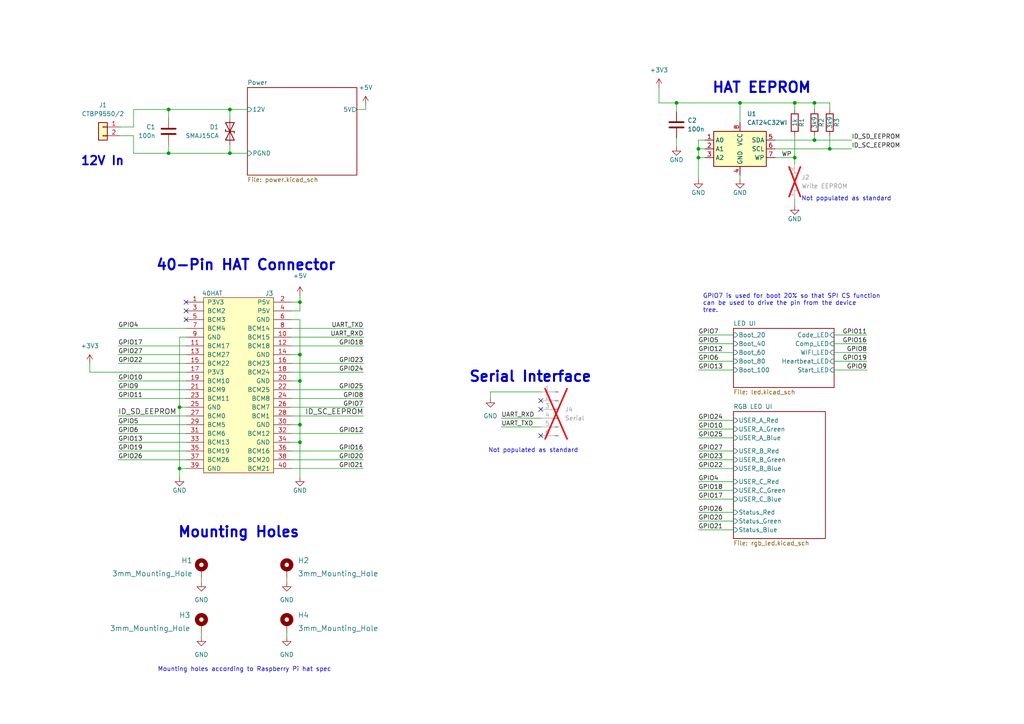
<source format=kicad_sch>
(kicad_sch (version 20231120) (generator "eeschema") (generator_version "8.0")
  (paper "A4")
  (title_block (title "KCH - Raspberry Pi HAT") (date "2022-07-16") (rev "B (S3L2)") (company "Student Robotics"))
  (lib_symbols
    (symbol "Connector:Conn_01x06_Male" (pin_names (offset 1.016) hide)
      (property "Reference" "J" (at 0 7.62 0))
      (property "Value" "Conn_01x06_Male" (at 0 -10.16 0))
      (symbol "Conn_01x06_Male_1_1"
        (polyline (pts (xy 1.27 -7.62) (xy 0.8636 -7.62)) (stroke (width 0.1524)))
        (polyline (pts (xy 1.27 -5.08) (xy 0.8636 -5.08)) (stroke (width 0.1524)))
        (polyline (pts (xy 1.27 -2.54) (xy 0.8636 -2.54)) (stroke (width 0.1524)))
        (polyline (pts (xy 1.27 0) (xy 0.8636 0)) (stroke (width 0.1524)))
        (polyline (pts (xy 1.27 2.54) (xy 0.8636 2.54)) (stroke (width 0.1524)))
        (polyline (pts (xy 1.27 5.08) (xy 0.8636 5.08)) (stroke (width 0.1524)))
        (rectangle (start 0.8636 -7.493) (end 0 -7.747) (stroke (width 0.1524)) (fill (type outline)))
        (rectangle (start 0.8636 -4.953) (end 0 -5.207) (stroke (width 0.1524)) (fill (type outline)))
        (rectangle (start 0.8636 -2.413) (end 0 -2.667) (stroke (width 0.1524)) (fill (type outline)))
        (rectangle (start 0.8636 0.127) (end 0 -0.127) (stroke (width 0.1524)) (fill (type outline)))
        (rectangle (start 0.8636 2.667) (end 0 2.413) (stroke (width 0.1524)) (fill (type outline)))
        (rectangle (start 0.8636 5.207) (end 0 4.953) (stroke (width 0.1524)) (fill (type outline)))
        (pin passive line (at 5.08 5.08 180) (length 3.81) (name "Pin_1") (number "1"))
        (pin passive line (at 5.08 2.54 180) (length 3.81) (name "Pin_2") (number "2"))
        (pin passive line (at 5.08 0 180) (length 3.81) (name "Pin_3") (number "3"))
        (pin passive line (at 5.08 -2.54 180) (length 3.81) (name "Pin_4") (number "4"))
        (pin passive line (at 5.08 -5.08 180) (length 3.81) (name "Pin_5") (number "5"))
        (pin passive line (at 5.08 -7.62 180) (length 3.81) (name "Pin_6") (number "6"))
      )
    )
    (symbol "Connector:TestPoint_2Pole" (pin_names (offset 0.762) hide)
      (property "Reference" "TP" (at 0 1.524 0))
      (property "Value" "TestPoint_2Pole" (at 0 -1.778 0))
      (symbol "TestPoint_2Pole_0_1"
        (circle (center -1.778 0) (radius 0.762))
        (circle (center 1.778 0) (radius 0.762))
        (pin passive line (at -5.08 0 0) (length 2.54) (name "1") (number "1"))
        (pin passive line (at 5.08 0 180) (length 2.54) (name "2") (number "2"))
      )
    )
    (symbol "Connector_Generic:Conn_01x02" (pin_names (offset 1.016) hide)
      (property "Reference" "J" (at 0 2.54 0))
      (property "Value" "Conn_01x02" (at 0 -5.08 0))
      (symbol "Conn_01x02_1_1"
        (rectangle (start -1.27 -2.413) (end 0 -2.667) (stroke (width 0.1524)))
        (rectangle (start -1.27 0.127) (end 0 -0.127) (stroke (width 0.1524)))
        (rectangle (start -1.27 1.27) (end 1.27 -3.81) (stroke (width 0.254)) (fill (type background)))
        (pin passive line (at -5.08 0 0) (length 3.81) (name "Pin_1") (number "1"))
        (pin passive line (at -5.08 -2.54 0) (length 3.81) (name "Pin_2") (number "2"))
      )
    )
    (symbol "Device:C" (pin_numbers hide) (pin_names (offset 0.254))
      (property "Reference" "C" (at 0.635 2.54 0))
      (property "Value" "C" (at 0.635 -2.54 0))
      (symbol "C_0_1"
        (polyline (pts (xy -2.032 -0.762) (xy 2.032 -0.762)) (stroke (width 0.508)))
        (polyline (pts (xy -2.032 0.762) (xy 2.032 0.762)) (stroke (width 0.508)))
      )
      (symbol "C_1_1"
        (pin passive line (at 0 3.81 270) (length 2.794) (name "~") (number "1"))
        (pin passive line (at 0 -3.81 90) (length 2.794) (name "~") (number "2"))
      )
    )
    (symbol "Device:D_TVS" (pin_numbers hide) (pin_names (offset 1.016) hide)
      (property "Reference" "D" (at 0 2.54 0))
      (property "Value" "D_TVS" (at 0 -2.54 0))
      (symbol "D_TVS_0_1"
        (polyline (pts (xy 1.27 0) (xy -1.27 0)))
        (polyline (pts (xy 0.508 1.27) (xy 0 1.27) (xy 0 -1.27) (xy -0.508 -1.27)) (stroke (width 0.254)))
        (polyline (pts (xy -2.54 1.27) (xy -2.54 -1.27) (xy 2.54 1.27) (xy 2.54 -1.27) (xy -2.54 1.27)) (stroke (width 0.254)))
      )
      (symbol "D_TVS_1_1"
        (pin passive line (at -3.81 0 0) (length 2.54) (name "A1") (number "1"))
        (pin passive line (at 3.81 0 180) (length 2.54) (name "A2") (number "2"))
      )
    )
    (symbol "Device:R" (pin_numbers hide) (pin_names (offset 0))
      (property "Reference" "R" (at 2.032 0 90))
      (property "Value" "R" (at 0 0 90))
      (symbol "R_0_1"
        (rectangle (start -1.016 -2.54) (end 1.016 2.54) (stroke (width 0.254)))
      )
      (symbol "R_1_1"
        (pin passive line (at 0 3.81 270) (length 1.27) (name "~") (number "1"))
        (pin passive line (at 0 -3.81 90) (length 1.27) (name "~") (number "2"))
      )
    )
    (symbol "KCH:CAT24C32WI"
      (property "Reference" "U" (at -6.35 6.35 0))
      (property "Value" "CAT24C32WI" (at 1.27 6.35 0))
      (symbol "CAT24C32WI_1_1"
        (rectangle (start -7.62 5.08) (end 7.62 -5.08) (stroke (width 0.254)) (fill (type background)))
        (pin input line (at -10.16 2.54 0) (length 2.54) (name "A0") (number "1"))
        (pin input line (at -10.16 0 0) (length 2.54) (name "A1") (number "2"))
        (pin input line (at -10.16 -2.54 0) (length 2.54) (name "A2") (number "3"))
        (pin power_in line (at 0 -7.62 90) (length 2.54) (name "GND") (number "4"))
        (pin bidirectional line (at 10.16 2.54 180) (length 2.54) (name "SDA") (number "5"))
        (pin input line (at 10.16 0 180) (length 2.54) (name "SCL") (number "6"))
        (pin input line (at 10.16 -2.54 180) (length 2.54) (name "WP") (number "7"))
        (pin power_in line (at 0 7.62 270) (length 2.54) (name "VCC") (number "8"))
      )
    )
    (symbol "KCH:OX40HAT" (pin_names (offset 1.016))
      (property "Reference" "J" (at 8.89 2.54 0))
      (property "Value" "OX40HAT" (at -7.62 2.54 0))
      (symbol "OX40HAT_0_1"
        (rectangle (start -10.16 1.27) (end 10.16 -49.53) (fill (type background)))
      )
      (symbol "OX40HAT_1_1"
        (pin bidirectional line (at -15.24 0 0) (length 5.08) (name "P3V3") (number "1"))
        (pin bidirectional line (at 15.24 -10.16 180) (length 5.08) (name "BCM15") (number "10"))
        (pin bidirectional line (at -15.24 -12.7 0) (length 5.08) (name "BCM17") (number "11"))
        (pin bidirectional line (at 15.24 -12.7 180) (length 5.08) (name "BCM18") (number "12"))
        (pin bidirectional line (at -15.24 -15.24 0) (length 5.08) (name "BCM27") (number "13"))
        (pin bidirectional line (at 15.24 -15.24 180) (length 5.08) (name "GND") (number "14"))
        (pin bidirectional line (at -15.24 -17.78 0) (length 5.08) (name "BCM22") (number "15"))
        (pin bidirectional line (at 15.24 -17.78 180) (length 5.08) (name "BCM23") (number "16"))
        (pin bidirectional line (at -15.24 -20.32 0) (length 5.08) (name "P3V3") (number "17"))
        (pin bidirectional line (at 15.24 -20.32 180) (length 5.08) (name "BCM24") (number "18"))
        (pin bidirectional line (at -15.24 -22.86 0) (length 5.08) (name "BCM10") (number "19"))
        (pin bidirectional line (at 15.24 0 180) (length 5.08) (name "P5V") (number "2"))
        (pin bidirectional line (at 15.24 -22.86 180) (length 5.08) (name "GND") (number "20"))
        (pin bidirectional line (at -15.24 -25.4 0) (length 5.08) (name "BCM9") (number "21"))
        (pin bidirectional line (at 15.24 -25.4 180) (length 5.08) (name "BCM25") (number "22"))
        (pin bidirectional line (at -15.24 -27.94 0) (length 5.08) (name "BCM11") (number "23"))
        (pin bidirectional line (at 15.24 -27.94 180) (length 5.08) (name "BCM8") (number "24"))
        (pin bidirectional line (at -15.24 -30.48 0) (length 5.08) (name "GND") (number "25"))
        (pin bidirectional line (at 15.24 -30.48 180) (length 5.08) (name "BCM7") (number "26"))
        (pin bidirectional line (at -15.24 -33.02 0) (length 5.08) (name "BCM0") (number "27"))
        (pin bidirectional line (at 15.24 -33.02 180) (length 5.08) (name "BCM1") (number "28"))
        (pin bidirectional line (at -15.24 -35.56 0) (length 5.08) (name "BCM5") (number "29"))
        (pin bidirectional line (at -15.24 -2.54 0) (length 5.08) (name "BCM2") (number "3"))
        (pin bidirectional line (at 15.24 -35.56 180) (length 5.08) (name "GND") (number "30"))
        (pin bidirectional line (at -15.24 -38.1 0) (length 5.08) (name "BCM6") (number "31"))
        (pin bidirectional line (at 15.24 -38.1 180) (length 5.08) (name "BCM12") (number "32"))
        (pin bidirectional line (at -15.24 -40.64 0) (length 5.08) (name "BCM13") (number "33"))
        (pin bidirectional line (at 15.24 -40.64 180) (length 5.08) (name "GND") (number "34"))
        (pin bidirectional line (at -15.24 -43.18 0) (length 5.08) (name "BCM19") (number "35"))
        (pin bidirectional line (at 15.24 -43.18 180) (length 5.08) (name "BCM16") (number "36"))
        (pin bidirectional line (at -15.24 -45.72 0) (length 5.08) (name "BCM26") (number "37"))
        (pin bidirectional line (at 15.24 -45.72 180) (length 5.08) (name "BCM20") (number "38"))
        (pin bidirectional line (at -15.24 -48.26 0) (length 5.08) (name "GND") (number "39"))
        (pin bidirectional line (at 15.24 -2.54 180) (length 5.08) (name "P5V") (number "4"))
        (pin bidirectional line (at 15.24 -48.26 180) (length 5.08) (name "BCM21") (number "40"))
        (pin bidirectional line (at -15.24 -5.08 0) (length 5.08) (name "BCM3") (number "5"))
        (pin bidirectional line (at 15.24 -5.08 180) (length 5.08) (name "GND") (number "6"))
        (pin bidirectional line (at -15.24 -7.62 0) (length 5.08) (name "BCM4") (number "7"))
        (pin bidirectional line (at 15.24 -7.62 180) (length 5.08) (name "BCM14") (number "8"))
        (pin bidirectional line (at -15.24 -10.16 0) (length 5.08) (name "GND") (number "9"))
      )
    )
    (symbol "Mechanical:MountingHole_Pad" (pin_numbers hide) (pin_names (offset 1.016) hide)
      (property "Reference" "H" (at 0 6.35 0))
      (property "Value" "MountingHole_Pad" (at 0 4.445 0))
      (symbol "MountingHole_Pad_0_1"
        (circle (center 0 1.27) (radius 1.27) (stroke (width 1.27)))
      )
      (symbol "MountingHole_Pad_1_1"
        (pin input line (at 0 -2.54 90) (length 2.54) (name "1") (number "1"))
      )
    )
    (symbol "power:+3.3V" (power) (pin_names (offset 0))
      (property "Value" "+3.3V" (at 0 3.556 0))
      (symbol "+3.3V_0_1"
        (polyline (pts (xy -0.762 1.27) (xy 0 2.54)))
        (polyline (pts (xy 0 0) (xy 0 2.54)))
        (polyline (pts (xy 0 2.54) (xy 0.762 1.27)))
      )
      (symbol "+3.3V_1_1"
        (pin power_in line (at 0 0 90) (length 0) hide (name "+3V3") (number "1"))
      )
    )
    (symbol "power:+5V" (power) (pin_names (offset 0))
      (property "Value" "+5V" (at 0 3.556 0))
      (symbol "+5V_0_1"
        (polyline (pts (xy -0.762 1.27) (xy 0 2.54)))
        (polyline (pts (xy 0 0) (xy 0 2.54)))
        (polyline (pts (xy 0 2.54) (xy 0.762 1.27)))
      )
      (symbol "+5V_1_1"
        (pin power_in line (at 0 0 90) (length 0) hide (name "+5V") (number "1"))
      )
    )
    (symbol "power:GND" (power) (pin_names (offset 0))
      (property "Value" "GND" (at 0 -3.81 0))
      (symbol "GND_0_1"
        (polyline (pts (xy 0 0) (xy 0 -1.27) (xy 1.27 -1.27) (xy 0 -2.54) (xy -1.27 -1.27) (xy 0 -1.27)))
      )
      (symbol "GND_1_1"
        (pin power_in line (at 0 0 270) (length 0) hide (name "GND") (number "1"))
      )
    )
  )
  (junction (at 52.07 135.89))
  (junction (at 86.995 128.27))
  (junction (at 202.565 43.18))
  (junction (at 86.995 110.49))
  (junction (at 86.995 87.63))
  (junction (at 66.675 44.45))
  (junction (at 86.995 123.19))
  (junction (at 48.895 44.45))
  (junction (at 52.07 118.11))
  (junction (at 196.215 29.845))
  (junction (at 230.505 29.845))
  (junction (at 236.22 29.845))
  (junction (at 66.675 31.75))
  (junction (at 240.665 43.18))
  (junction (at 48.895 31.75))
  (junction (at 86.995 102.87))
  (junction (at 230.505 45.72))
  (junction (at 214.63 29.845))
  (junction (at 236.22 40.64))
  (junction (at 202.565 45.72))
  (no_connect (at 156.845 116.205))
  (no_connect (at 156.845 118.745))
  (no_connect (at 156.845 126.365))
  (no_connect (at 53.975 92.71))
  (no_connect (at 53.975 90.17))
  (no_connect (at 53.975 87.63))
  (wire (pts (xy 84.455 113.03) (xy 105.41 113.03)))
  (wire (pts (xy 84.455 102.87) (xy 86.995 102.87)))
  (wire (pts (xy 236.22 40.64) (xy 236.22 39.37)))
  (wire (pts (xy 236.22 40.64) (xy 247.015 40.64)))
  (wire (pts (xy 202.565 121.92) (xy 212.725 121.92)))
  (wire (pts (xy 202.565 102.235) (xy 212.725 102.235)))
  (wire (pts (xy 202.565 135.89) (xy 212.725 135.89)))
  (wire (pts (xy 230.505 45.72) (xy 230.505 47.625)))
  (wire (pts (xy 202.565 139.7) (xy 212.725 139.7)))
  (wire (pts (xy 202.565 133.35) (xy 212.725 133.35)))
  (wire (pts (xy 83.185 167.64) (xy 83.185 168.91)))
  (wire (pts (xy 52.07 97.79) (xy 52.07 118.11)))
  (wire (pts (xy 240.665 29.845) (xy 240.665 31.75)))
  (wire (pts (xy 202.565 52.07) (xy 202.565 45.72)))
  (wire (pts (xy 86.995 128.27) (xy 86.995 138.43)))
  (wire (pts (xy 84.455 133.35) (xy 105.41 133.35)))
  (wire (pts (xy 191.135 25.4) (xy 191.135 29.845)))
  (wire (pts (xy 142.24 113.665) (xy 142.24 115.57)))
  (wire (pts (xy 34.29 115.57) (xy 53.975 115.57)))
  (wire (pts (xy 53.975 135.89) (xy 52.07 135.89)))
  (wire (pts (xy 34.925 36.83) (xy 38.735 36.83)))
  (wire (pts (xy 58.42 167.64) (xy 58.42 168.91)))
  (wire (pts (xy 86.995 85.725) (xy 86.995 87.63)))
  (wire (pts (xy 34.29 120.65) (xy 53.975 120.65)))
  (wire (pts (xy 202.565 124.46) (xy 212.725 124.46)))
  (wire (pts (xy 84.455 110.49) (xy 86.995 110.49)))
  (wire (pts (xy 202.565 144.78) (xy 212.725 144.78)))
  (wire (pts (xy 86.995 123.19) (xy 86.995 128.27)))
  (wire (pts (xy 84.455 123.19) (xy 86.995 123.19)))
  (wire (pts (xy 106.045 30.48) (xy 106.045 31.75)))
  (wire (pts (xy 224.79 45.72) (xy 230.505 45.72)))
  (wire (pts (xy 34.29 105.41) (xy 53.975 105.41)))
  (wire (pts (xy 240.665 29.845) (xy 236.22 29.845)))
  (wire (pts (xy 48.895 41.91) (xy 48.895 44.45)))
  (wire (pts (xy 84.455 105.41) (xy 105.41 105.41)))
  (wire (pts (xy 48.895 31.75) (xy 48.895 34.29)))
  (wire (pts (xy 52.07 118.11) (xy 52.07 135.89)))
  (wire (pts (xy 202.565 151.13) (xy 212.725 151.13)))
  (wire (pts (xy 84.455 92.71) (xy 86.995 92.71)))
  (wire (pts (xy 214.63 29.845) (xy 230.505 29.845)))
  (wire (pts (xy 84.455 90.17) (xy 86.995 90.17)))
  (wire (pts (xy 240.665 43.18) (xy 240.665 39.37)))
  (wire (pts (xy 202.565 43.18) (xy 202.565 40.64)))
  (wire (pts (xy 34.29 110.49) (xy 53.975 110.49)))
  (wire (pts (xy 66.675 44.45) (xy 48.895 44.45)))
  (wire (pts (xy 84.455 115.57) (xy 105.41 115.57)))
  (wire (pts (xy 214.63 35.56) (xy 214.63 29.845)))
  (wire (pts (xy 84.455 95.25) (xy 105.41 95.25)))
  (wire (pts (xy 66.675 44.45) (xy 71.755 44.45)))
  (wire (pts (xy 196.215 29.845) (xy 214.63 29.845)))
  (wire (pts (xy 236.22 29.845) (xy 236.22 31.75)))
  (wire (pts (xy 86.995 90.17) (xy 86.995 87.63)))
  (wire (pts (xy 84.455 118.11) (xy 105.41 118.11)))
  (wire (pts (xy 34.29 113.03) (xy 53.975 113.03)))
  (wire (pts (xy 84.455 87.63) (xy 86.995 87.63)))
  (wire (pts (xy 202.565 148.59) (xy 212.725 148.59)))
  (wire (pts (xy 34.29 133.35) (xy 53.975 133.35)))
  (wire (pts (xy 230.505 29.845) (xy 236.22 29.845)))
  (wire (pts (xy 66.675 41.91) (xy 66.675 44.45)))
  (wire (pts (xy 196.215 32.385) (xy 196.215 29.845)))
  (wire (pts (xy 84.455 97.79) (xy 105.41 97.79)))
  (wire (pts (xy 241.935 97.155) (xy 251.46 97.155)))
  (wire (pts (xy 48.895 31.75) (xy 66.675 31.75)))
  (wire (pts (xy 53.975 97.79) (xy 52.07 97.79)))
  (wire (pts (xy 84.455 125.73) (xy 105.41 125.73)))
  (wire (pts (xy 241.935 102.235) (xy 251.46 102.235)))
  (wire (pts (xy 240.665 43.18) (xy 247.015 43.18)))
  (wire (pts (xy 84.455 135.89) (xy 105.41 135.89)))
  (wire (pts (xy 230.505 45.72) (xy 230.505 39.37)))
  (wire (pts (xy 34.29 102.87) (xy 53.975 102.87)))
  (wire (pts (xy 202.565 99.695) (xy 212.725 99.695)))
  (wire (pts (xy 86.995 110.49) (xy 86.995 123.19)))
  (wire (pts (xy 84.455 120.65) (xy 105.41 120.65)))
  (wire (pts (xy 38.735 36.83) (xy 38.735 31.75)))
  (wire (pts (xy 202.565 142.24) (xy 212.725 142.24)))
  (wire (pts (xy 202.565 45.72) (xy 202.565 43.18)))
  (wire (pts (xy 202.565 104.775) (xy 212.725 104.775)))
  (wire (pts (xy 38.735 44.45) (xy 38.735 39.37)))
  (wire (pts (xy 224.79 43.18) (xy 240.665 43.18)))
  (wire (pts (xy 202.565 43.18) (xy 204.47 43.18)))
  (wire (pts (xy 202.565 107.315) (xy 212.725 107.315)))
  (wire (pts (xy 191.135 29.845) (xy 196.215 29.845)))
  (wire (pts (xy 58.42 183.515) (xy 58.42 184.785)))
  (wire (pts (xy 34.29 125.73) (xy 53.975 125.73)))
  (wire (pts (xy 26.035 105.41) (xy 26.035 107.95)))
  (wire (pts (xy 34.29 130.81) (xy 53.975 130.81)))
  (wire (pts (xy 38.735 31.75) (xy 48.895 31.75)))
  (wire (pts (xy 202.565 153.67) (xy 212.725 153.67)))
  (wire (pts (xy 84.455 100.33) (xy 105.41 100.33)))
  (wire (pts (xy 53.975 118.11) (xy 52.07 118.11)))
  (wire (pts (xy 202.565 130.81) (xy 212.725 130.81)))
  (wire (pts (xy 34.29 100.33) (xy 53.975 100.33)))
  (wire (pts (xy 26.035 107.95) (xy 53.975 107.95)))
  (wire (pts (xy 84.455 128.27) (xy 86.995 128.27)))
  (wire (pts (xy 52.07 135.89) (xy 52.07 138.43)))
  (wire (pts (xy 106.045 31.75) (xy 103.505 31.75)))
  (wire (pts (xy 202.565 97.155) (xy 212.725 97.155)))
  (wire (pts (xy 230.505 31.75) (xy 230.505 29.845)))
  (wire (pts (xy 156.845 113.665) (xy 142.24 113.665)))
  (wire (pts (xy 86.995 102.87) (xy 86.995 110.49)))
  (wire (pts (xy 66.675 31.75) (xy 71.755 31.75)))
  (wire (pts (xy 202.565 40.64) (xy 204.47 40.64)))
  (wire (pts (xy 84.455 130.81) (xy 105.41 130.81)))
  (wire (pts (xy 34.29 123.19) (xy 53.975 123.19)))
  (wire (pts (xy 241.935 107.315) (xy 251.46 107.315)))
  (wire (pts (xy 83.185 183.515) (xy 83.185 184.785)))
  (wire (pts (xy 202.565 45.72) (xy 204.47 45.72)))
  (wire (pts (xy 34.29 128.27) (xy 53.975 128.27)))
  (wire (pts (xy 241.935 99.695) (xy 251.46 99.695)))
  (wire (pts (xy 156.845 121.285) (xy 145.415 121.285)))
  (wire (pts (xy 34.29 95.25) (xy 53.975 95.25)))
  (wire (pts (xy 241.935 104.775) (xy 251.46 104.775)))
  (wire (pts (xy 86.995 92.71) (xy 86.995 102.87)))
  (wire (pts (xy 156.845 123.825) (xy 145.415 123.825)))
  (wire (pts (xy 202.565 127) (xy 212.725 127)))
  (wire (pts (xy 196.215 40.005) (xy 196.215 42.545)))
  (wire (pts (xy 38.735 39.37) (xy 34.925 39.37)))
  (wire (pts (xy 214.63 50.8) (xy 214.63 52.07)))
  (wire (pts (xy 84.455 107.95) (xy 105.41 107.95)))
  (wire (pts (xy 224.79 40.64) (xy 236.22 40.64)))
  (wire (pts (xy 66.675 34.29) (xy 66.675 31.75)))
  (wire (pts (xy 48.895 44.45) (xy 38.735 44.45)))
  (wire (pts (xy 230.505 57.785) (xy 230.505 59.69)))
  (text "Not populated as standard" (at 232.41 58.42 0) (effects (font (size 1.27 1.27)) (justify left bottom)))
  (text "40-Pin HAT Connector" (at 45.085 78.74 0) (effects (font (size 2.9972 2.9972) (thickness 0.5994) (bold yes)) (justify left bottom)))
  (text "Mounting Holes" (at 51.435 156.21 0) (effects (font (size 2.9972 2.9972) (thickness 0.5994) (bold yes)) (justify left bottom)))
  (text "GPIO7 is used for boot 20% so that SPI CS function \ncan be used to drive the pin from the device \ntree." (at 203.835 90.805 0) (effects (font (size 1.27 1.27)) (justify left bottom)))
  (text "12V In" (at 36.195 48.26 0) (effects (font (size 2.5 2.5) (thickness 0.5) (bold yes)) (justify right bottom)))
  (text "Mounting holes according to Raspberry Pi hat spec" (at 45.72 194.945 0) (effects (font (size 1.27 1.27)) (justify left bottom)))
  (text "Serial Interface" (at 135.89 111.125 0) (effects (font (size 2.9972 2.9972) (thickness 0.5994) (bold yes)) (justify left bottom)))
  (text "HAT EEPROM" (at 206.375 27.305 0) (effects (font (size 3 3) (thickness 0.6) (bold yes)) (justify left bottom)))
  (text "Not populated as standard" (at 141.605 131.445 0) (effects (font (size 1.27 1.27)) (justify left bottom)))
  (label "ID_SD_EEPROM" (at 34.29 120.65 0) (effects (font (size 1.524 1.524))))
  (label "GPIO23" (at 202.565 133.35 0))
  (label "GPIO12" (at 202.565 102.235 0))
  (label "GPIO26" (at 202.565 148.59 0))
  (label "GPIO22" (at 34.29 105.41 0))
  (label "GPIO20" (at 105.41 133.35 180))
  (label "GPIO18" (at 105.41 100.33 180))
  (label "UART_TXD" (at 105.41 95.25 180))
  (label "ID_SC_EEPROM" (at 247.015 43.18 0))
  (label "GPIO5" (at 202.565 99.695 0))
  (label "GPIO17" (at 202.565 144.78 0))
  (label "GPIO19" (at 34.29 130.81 0))
  (label "GPIO7" (at 105.41 118.11 180))
  (label "ID_SD_EEPROM" (at 247.015 40.64 0))
  (label "GPIO21" (at 202.565 153.67 0))
  (label "GPIO10" (at 202.565 124.46 0))
  (label "GPIO24" (at 202.565 121.92 0))
  (label "GPIO13" (at 202.565 107.315 0))
  (label "GPIO12" (at 105.41 125.73 180))
  (label "GPIO7" (at 202.565 97.155 0))
  (label "UART_RXD" (at 145.415 121.285 0))
  (label "GPIO27" (at 34.29 102.87 0))
  (label "GPIO23" (at 105.41 105.41 180))
  (label "GPIO21" (at 105.41 135.89 180))
  (label "GPIO16" (at 105.41 130.81 180))
  (label "GPIO5" (at 34.29 123.19 0))
  (label "ID_SC_EEPROM" (at 105.41 120.65 180) (effects (font (size 1.524 1.524))))
  (label "GPIO16" (at 251.46 99.695 180))
  (label "GPIO26" (at 34.29 133.35 0))
  (label "GPIO19" (at 251.46 104.775 180))
  (label "GPIO11" (at 251.46 97.155 180))
  (label "UART_RXD" (at 105.41 97.79 180))
  (label "GPIO10" (at 34.29 110.49 0))
  (label "WP" (at 226.695 45.72 0))
  (label "GPIO24" (at 105.41 107.95 180))
  (label "GPIO4" (at 34.29 95.25 0))
  (label "UART_TXD" (at 145.415 123.825 0))
  (label "GPIO8" (at 105.41 115.57 180))
  (label "GPIO25" (at 202.565 127 0))
  (label "GPIO6" (at 202.565 104.775 0))
  (label "GPIO6" (at 34.29 125.73 0))
  (label "GPIO9" (at 251.46 107.315 180))
  (label "GPIO22" (at 202.565 135.89 0))
  (label "GPIO9" (at 34.29 113.03 0))
  (label "GPIO17" (at 34.29 100.33 0))
  (label "GPIO13" (at 34.29 128.27 0))
  (label "GPIO18" (at 202.565 142.24 0))
  (label "GPIO27" (at 202.565 130.81 0))
  (label "GPIO20" (at 202.565 151.13 0))
  (label "GPIO25" (at 105.41 113.03 180))
  (label "GPIO4" (at 202.565 139.7 0))
  (label "GPIO8" (at 251.46 102.235 180))
  (label "GPIO11" (at 34.29 115.57 0))
  (symbol (lib_id "Mechanical:MountingHole_Pad") (at 58.42 165.1 0) (unit 1) (in_bom no)
    (property "Reference" "H1" (at 55.88 162.56 0) (effects (font (size 1.524 1.524)) (justify right)))
    (property "Value" "3mm_Mounting_Hole" (at 55.88 166.37 0) (effects (font (size 1.524 1.524)) (justify right)))
    (property "Footprint" "MountingHole:MountingHole_3.2mm_M3_ISO14580_Pad" (effects (hide yes)))
  )
  (symbol (lib_id "Mechanical:MountingHole_Pad") (at 83.185 165.1 0) (unit 1) (in_bom no)
    (property "Reference" "H2" (at 86.36 162.56 0) (effects (font (size 1.524 1.524)) (justify left)))
    (property "Value" "3mm_Mounting_Hole" (at 86.36 166.37 0) (effects (font (size 1.524 1.524)) (justify left)))
    (property "Footprint" "MountingHole:MountingHole_3.2mm_M3_ISO14580_Pad" (effects (hide yes)))
  )
  (symbol (lib_id "Mechanical:MountingHole_Pad") (at 58.42 180.975 0) (unit 1) (in_bom no)
    (property "Reference" "H3" (at 55.245 178.435 0) (effects (font (size 1.524 1.524)) (justify right)))
    (property "Value" "3mm_Mounting_Hole" (at 55.245 182.245 0) (effects (font (size 1.524 1.524)) (justify right)))
    (property "Footprint" "MountingHole:MountingHole_3.2mm_M3_ISO14580_Pad" (effects (hide yes)))
  )
  (symbol (lib_id "Mechanical:MountingHole_Pad") (at 83.185 180.975 0) (unit 1) (in_bom no)
    (property "Reference" "H4" (at 86.36 178.435 0) (effects (font (size 1.524 1.524)) (justify left)))
    (property "Value" "3mm_Mounting_Hole" (at 86.36 182.245 0) (effects (font (size 1.524 1.524)) (justify left)))
    (property "Footprint" "MountingHole:MountingHole_3.2mm_M3_ISO14580_Pad" (effects (hide yes)))
  )
  (symbol (lib_id "KCH:OX40HAT") (at 69.215 87.63 0) (unit 1)
    (property "Reference" "J3" (at 78.105 85.09 0))
    (property "Value" "40HAT" (at 61.595 85.09 0))
    (property "Footprint" "Connector_PinSocket_2.54mm:PinSocket_2x20_P2.54mm_Vertical" (effects (hide yes)))
  )
  (symbol (lib_id "Device:R") (at 236.22 35.56 0) (unit 1)
    (property "Reference" "R2" (at 238.252 35.56 90))
    (property "Value" "3k9" (at 236.22 35.56 90))
    (property "Footprint" "Resistor_SMD:R_0402_1005Metric" (effects (hide yes)))
    (property "JLC" "C51721" (effects (hide yes)))
  )
  (symbol (lib_id "Connector:TestPoint_2Pole") (at 230.505 52.705 90) (unit 1) (in_bom no) (dnp yes)
    (property "Reference" "J2" (at 232.41 51.4349 90) (effects (justify right)))
    (property "Value" "Write EEPROM" (at 232.41 53.9749 90) (effects (justify right)))
    (property "Footprint" "Connector_PinHeader_2.54mm:PinHeader_1x02_P2.54mm_Vertical" (effects (hide yes)))
  )
  (symbol (lib_id "power:+5V") (at 106.045 30.48 0) (unit 1)
    (property "Reference" "#PWR05" (effects (hide yes)))
    (property "Value" "+5V" (at 106.045 25.4 0))
  )
  (symbol (lib_id "power:GND") (at 83.185 184.785 0) (unit 1)
    (property "Reference" "#PWR0105" (effects (hide yes)))
    (property "Value" "GND" (at 83.185 189.865 0))
  )
  (symbol (lib_id "Device:D_TVS") (at 66.675 38.1 270) (unit 1)
    (property "Reference" "D1" (at 63.5 36.8299 90) (effects (justify right)))
    (property "Value" "SMAJ15CA" (at 63.5 39.3699 90) (effects (justify right)))
    (property "Footprint" "Diode_SMD:D_SMA" (effects (hide yes)))
    (property "Datasheet" "https://datasheet.lcsc.com/lcsc/1809211622_MDD-Microdiode-Electronics--SMAJ15CA_C110044.pdf" (effects (hide yes)))
    (property "JLC" "C110044" (effects (hide yes)))
  )
  (symbol (lib_id "power:GND") (at 58.42 168.91 0) (unit 1)
    (property "Reference" "#PWR0103" (effects (hide yes)))
    (property "Value" "GND" (at 58.42 173.99 0))
  )
  (symbol (lib_id "power:+3.3V") (at 191.135 25.4 0) (unit 1)
    (property "Reference" "#PWR0101" (effects (hide yes)))
    (property "Value" "+3V3" (at 191.135 20.32 0))
  )
  (symbol (lib_id "power:GND") (at 202.565 52.07 0) (unit 1)
    (property "Reference" "#PWR010" (effects (hide yes)))
    (property "Value" "GND" (at 202.565 55.88 0))
  )
  (symbol (lib_id "Device:R") (at 230.505 35.56 0) (unit 1)
    (property "Reference" "R1" (at 232.537 35.56 90))
    (property "Value" "1k" (at 230.505 35.56 90))
    (property "Footprint" "Resistor_SMD:R_0402_1005Metric" (effects (hide yes)))
    (property "JLC" "C11702" (effects (hide yes)))
  )
  (symbol (lib_id "Connector_Generic:Conn_01x02") (at 29.845 36.83 0) (mirror y) (unit 1)
    (property "Reference" "J1" (at 29.845 30.48 0))
    (property "Value" "CTBP9550/2" (at 29.845 33.02 0))
    (property "Footprint" "project_footprints:CTBP9550-2" (effects (hide yes)))
  )
  (symbol (lib_id "power:GND") (at 52.07 138.43 0) (unit 1)
    (property "Reference" "#PWR03" (effects (hide yes)))
    (property "Value" "GND" (at 52.07 142.24 0))
  )
  (symbol (lib_id "power:GND") (at 86.995 138.43 0) (unit 1)
    (property "Reference" "#PWR08" (effects (hide yes)))
    (property "Value" "GND" (at 86.995 142.24 0))
  )
  (symbol (lib_id "power:GND") (at 230.505 59.69 0) (unit 1)
    (property "Reference" "#PWR012" (effects (hide yes)))
    (property "Value" "GND" (at 230.505 63.5 0))
  )
  (symbol (lib_id "power:+5V") (at 86.995 85.725 0) (unit 1)
    (property "Reference" "#PWR04" (effects (hide yes)))
    (property "Value" "+5V" (at 86.995 80.01 0))
  )
  (symbol (lib_id "Device:R") (at 240.665 35.56 0) (unit 1)
    (property "Reference" "R3" (at 242.697 35.56 90))
    (property "Value" "3k9" (at 240.665 35.56 90))
    (property "Footprint" "Resistor_SMD:R_0402_1005Metric" (effects (hide yes)))
    (property "JLC" "C51721" (effects (hide yes)))
  )
  (symbol (lib_id "power:GND") (at 142.24 115.57 0) (mirror y) (unit 1)
    (property "Reference" "#PWR01" (effects (hide yes)))
    (property "Value" "GND" (at 142.24 120.65 0))
  )
  (symbol (lib_id "KCH:CAT24C32WI") (at 214.63 43.18 0) (unit 1)
    (property "Reference" "U1" (at 216.6494 33.02 0) (effects (justify left)))
    (property "Value" "CAT24C32WI" (at 216.6494 35.56 0) (effects (justify left)))
    (property "Footprint" "Package_SO:SOIC-8_3.9x4.9mm_P1.27mm" (effects (hide yes)))
    (property "Datasheet" "https://www.mouser.co.uk/datasheet/2/308/1/CAT24C32_D-2310317.pdf" (effects (hide yes)))
    (property "JLC" "C81193" (effects (hide yes)))
  )
  (symbol (lib_id "Device:C") (at 48.895 38.1 0) (mirror x) (unit 1)
    (property "Reference" "C1" (at 45.085 36.8299 0) (effects (justify right)))
    (property "Value" "100n" (at 45.085 39.3699 0) (effects (justify right)))
    (property "Footprint" "Capacitor_SMD:C_0402_1005Metric" (effects (hide yes)))
    (property "JLC" "C307331" (effects (hide yes)))
  )
  (symbol (lib_id "power:GND") (at 214.63 52.07 0) (unit 1)
    (property "Reference" "#PWR011" (effects (hide yes)))
    (property "Value" "GND" (at 214.63 55.88 0))
  )
  (symbol (lib_id "power:+3.3V") (at 26.035 105.41 0) (unit 1)
    (property "Reference" "#PWR0102" (effects (hide yes)))
    (property "Value" "+3V3" (at 26.035 100.33 0))
  )
  (symbol (lib_id "Connector:Conn_01x06_Male") (at 161.925 118.745 0) (mirror y) (unit 1) (in_bom no) (dnp yes)
    (property "Reference" "J4" (at 163.83 118.7449 0) (effects (justify right)))
    (property "Value" "Serial" (at 163.83 121.2849 0) (effects (justify right)))
    (property "Footprint" "Connector_PinHeader_2.54mm:PinHeader_1x06_P2.54mm_Vertical" (effects (hide yes)))
  )
  (symbol (lib_id "power:GND") (at 83.185 168.91 0) (unit 1)
    (property "Reference" "#PWR0104" (effects (hide yes)))
    (property "Value" "GND" (at 83.185 173.99 0))
  )
  (symbol (lib_id "power:GND") (at 58.42 184.785 0) (unit 1)
    (property "Reference" "#PWR0106" (effects (hide yes)))
    (property "Value" "GND" (at 58.42 189.865 0))
  )
  (symbol (lib_id "Device:C") (at 196.215 36.195 0) (mirror y) (unit 1)
    (property "Reference" "C2" (at 199.39 34.9249 0) (effects (justify right)))
    (property "Value" "100n" (at 199.39 37.4649 0) (effects (justify right)))
    (property "Footprint" "Capacitor_SMD:C_0402_1005Metric" (effects (hide yes)))
    (property "JLC" "C307331" (effects (hide yes)))
  )
  (symbol (lib_id "power:GND") (at 196.215 42.545 0) (unit 1)
    (property "Reference" "#PWR09" (effects (hide yes)))
    (property "Value" "GND" (at 196.215 46.355 0))
  )
  (sheet (at 212.725 95.25) (size 29.21 17.145) (stroke (width 0.1524))
    (property "Sheetname" "LED UI" (at 212.725 94.5384 0) (effects (justify left bottom)))
    (property "Sheetfile" "led.kicad_sch" (at 212.725 112.9796 0) (effects (justify left top)))
    (pin "Boot_40" input (at 212.725 99.695 180))
    (pin "Boot_20" input (at 212.725 97.155 180))
    (pin "Heartbeat_LED" input (at 241.935 104.775 0))
    (pin "Comp_LED" input (at 241.935 99.695 0))
    (pin "Boot_60" input (at 212.725 102.235 180))
    (pin "Start_LED" input (at 241.935 107.315 0))
    (pin "Code_LED" input (at 241.935 97.155 0))
    (pin "WIFI_LED" input (at 241.935 102.235 0))
    (pin "Boot_80" input (at 212.725 104.775 180))
    (pin "Boot_100" input (at 212.725 107.315 180))
  )
  (sheet (at 212.725 119.38) (size 26.67 36.83) (stroke (width 0.1524))
    (property "Sheetname" "RGB LED UI" (at 212.725 118.6684 0) (effects (justify left bottom)))
    (property "Sheetfile" "rgb_led.kicad_sch" (at 212.725 156.7946 0) (effects (justify left top)))
    (pin "USER_A_Blue" input (at 212.725 127 180))
    (pin "USER_B_Red" input (at 212.725 130.81 180))
    (pin "USER_B_Green" input (at 212.725 133.35 180))
    (pin "USER_A_Red" input (at 212.725 121.92 180))
    (pin "USER_A_Green" input (at 212.725 124.46 180))
    (pin "Status_Blue" input (at 212.725 153.67 180))
    (pin "USER_B_Blue" input (at 212.725 135.89 180))
    (pin "USER_C_Blue" input (at 212.725 144.78 180))
    (pin "Status_Red" input (at 212.725 148.59 180))
    (pin "Status_Green" input (at 212.725 151.13 180))
    (pin "USER_C_Red" input (at 212.725 139.7 180))
    (pin "USER_C_Green" input (at 212.725 142.24 180))
  )
  (sheet (at 71.755 25.4) (size 31.75 25.4) (stroke (width 0.1524))
    (property "Sheetname" "Power" (at 71.755 24.6884 0) (effects (justify left bottom)))
    (property "Sheetfile" "power.kicad_sch" (at 71.755 51.3846 0) (effects (justify left top)))
    (pin "5V" output (at 103.505 31.75 0))
    (pin "12V" input (at 71.755 31.75 180))
    (pin "PGND" input (at 71.755 44.45 180))
  )
)
</source>
